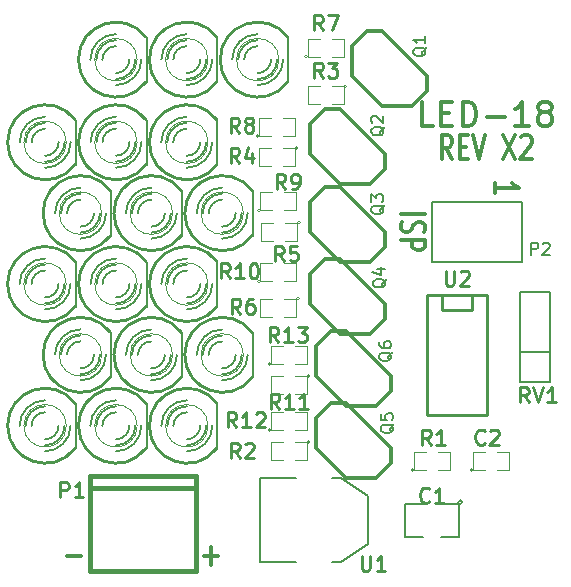
<source format=gto>
G04 (created by PCBNEW (2013-05-31 BZR 4019)-stable) date 7/7/2013 10:44:35 AM*
%MOIN*%
G04 Gerber Fmt 3.4, Leading zero omitted, Abs format*
%FSLAX34Y34*%
G01*
G70*
G90*
G04 APERTURE LIST*
%ADD10C,0.00590551*%
%ADD11C,0.012*%
%ADD12C,0.006*%
%ADD13C,0.008*%
%ADD14C,0.003*%
%ADD15C,0.01*%
%ADD16C,0.015*%
%ADD17C,0.0039*%
%ADD18C,0.005*%
G04 APERTURE END LIST*
G54D10*
G54D11*
X76652Y-36780D02*
X76452Y-36399D01*
X76309Y-36780D02*
X76309Y-35980D01*
X76538Y-35980D01*
X76595Y-36018D01*
X76623Y-36056D01*
X76652Y-36132D01*
X76652Y-36247D01*
X76623Y-36323D01*
X76595Y-36361D01*
X76538Y-36399D01*
X76309Y-36399D01*
X76909Y-36361D02*
X77109Y-36361D01*
X77195Y-36780D02*
X76909Y-36780D01*
X76909Y-35980D01*
X77195Y-35980D01*
X77366Y-35980D02*
X77566Y-36780D01*
X77766Y-35980D01*
X78366Y-35980D02*
X78766Y-36780D01*
X78766Y-35980D02*
X78366Y-36780D01*
X78966Y-36056D02*
X78995Y-36018D01*
X79052Y-35980D01*
X79195Y-35980D01*
X79252Y-36018D01*
X79280Y-36056D01*
X79309Y-36132D01*
X79309Y-36209D01*
X79280Y-36323D01*
X78938Y-36780D01*
X79309Y-36780D01*
X78101Y-37921D02*
X78101Y-37578D01*
X78101Y-37750D02*
X78901Y-37750D01*
X78786Y-37692D01*
X78710Y-37635D01*
X78672Y-37578D01*
X74951Y-38614D02*
X75751Y-38614D01*
X74989Y-38871D02*
X74951Y-38957D01*
X74951Y-39100D01*
X74989Y-39157D01*
X75027Y-39185D01*
X75103Y-39214D01*
X75179Y-39214D01*
X75255Y-39185D01*
X75294Y-39157D01*
X75332Y-39100D01*
X75370Y-38985D01*
X75408Y-38928D01*
X75446Y-38900D01*
X75522Y-38871D01*
X75598Y-38871D01*
X75675Y-38900D01*
X75713Y-38928D01*
X75751Y-38985D01*
X75751Y-39128D01*
X75713Y-39214D01*
X74951Y-39471D02*
X75751Y-39471D01*
X75751Y-39700D01*
X75713Y-39757D01*
X75675Y-39785D01*
X75598Y-39814D01*
X75484Y-39814D01*
X75408Y-39785D01*
X75370Y-39757D01*
X75332Y-39700D01*
X75332Y-39471D01*
X63821Y-50019D02*
X64278Y-50019D01*
X68396Y-50019D02*
X68853Y-50019D01*
X68625Y-50323D02*
X68625Y-49714D01*
X76023Y-35678D02*
X75642Y-35678D01*
X75642Y-34878D01*
X76290Y-35259D02*
X76557Y-35259D01*
X76671Y-35678D02*
X76290Y-35678D01*
X76290Y-34878D01*
X76671Y-34878D01*
X77014Y-35678D02*
X77014Y-34878D01*
X77204Y-34878D01*
X77319Y-34916D01*
X77395Y-34992D01*
X77433Y-35068D01*
X77471Y-35220D01*
X77471Y-35335D01*
X77433Y-35487D01*
X77395Y-35563D01*
X77319Y-35640D01*
X77204Y-35678D01*
X77014Y-35678D01*
X77814Y-35373D02*
X78423Y-35373D01*
X79223Y-35678D02*
X78766Y-35678D01*
X78995Y-35678D02*
X78995Y-34878D01*
X78919Y-34992D01*
X78842Y-35068D01*
X78766Y-35106D01*
X79680Y-35220D02*
X79604Y-35182D01*
X79566Y-35144D01*
X79528Y-35068D01*
X79528Y-35030D01*
X79566Y-34954D01*
X79604Y-34916D01*
X79680Y-34878D01*
X79833Y-34878D01*
X79909Y-34916D01*
X79947Y-34954D01*
X79985Y-35030D01*
X79985Y-35068D01*
X79947Y-35144D01*
X79909Y-35182D01*
X79833Y-35220D01*
X79680Y-35220D01*
X79604Y-35259D01*
X79566Y-35297D01*
X79528Y-35373D01*
X79528Y-35525D01*
X79566Y-35601D01*
X79604Y-35640D01*
X79680Y-35678D01*
X79833Y-35678D01*
X79909Y-35640D01*
X79947Y-35601D01*
X79985Y-35525D01*
X79985Y-35373D01*
X79947Y-35297D01*
X79909Y-35259D01*
X79833Y-35220D01*
G54D12*
X79923Y-44196D02*
X78923Y-44196D01*
X78923Y-44196D02*
X78923Y-41196D01*
X78923Y-41196D02*
X79923Y-41196D01*
X79923Y-41196D02*
X79923Y-44196D01*
X78923Y-43196D02*
X79923Y-43196D01*
G54D13*
X65293Y-39332D02*
X65293Y-37832D01*
G54D14*
X64980Y-38582D02*
G75*
G03X64980Y-38582I-707J0D01*
G74*
G01*
G54D15*
X65272Y-37832D02*
G75*
G03X65272Y-39333I-999J-750D01*
G74*
G01*
G54D12*
X64273Y-38132D02*
G75*
G03X63823Y-38582I0J-450D01*
G74*
G01*
X64273Y-39032D02*
G75*
G03X64723Y-38582I0J450D01*
G74*
G01*
X64273Y-37932D02*
G75*
G03X63623Y-38582I0J-650D01*
G74*
G01*
X64273Y-39232D02*
G75*
G03X64923Y-38582I0J650D01*
G74*
G01*
X64273Y-37732D02*
G75*
G03X63423Y-38582I0J-850D01*
G74*
G01*
X64273Y-39432D02*
G75*
G03X65123Y-38582I0J850D01*
G74*
G01*
G54D13*
X68836Y-41694D02*
X68836Y-40194D01*
G54D14*
X68523Y-40944D02*
G75*
G03X68523Y-40944I-707J0D01*
G74*
G01*
G54D15*
X68816Y-40194D02*
G75*
G03X68816Y-41695I-999J-750D01*
G74*
G01*
G54D12*
X67816Y-40494D02*
G75*
G03X67366Y-40944I0J-450D01*
G74*
G01*
X67816Y-41394D02*
G75*
G03X68266Y-40944I0J450D01*
G74*
G01*
X67816Y-40294D02*
G75*
G03X67166Y-40944I0J-650D01*
G74*
G01*
X67816Y-41594D02*
G75*
G03X68466Y-40944I0J650D01*
G74*
G01*
X67816Y-40094D02*
G75*
G03X66966Y-40944I0J-850D01*
G74*
G01*
X67816Y-41794D02*
G75*
G03X68666Y-40944I0J850D01*
G74*
G01*
G54D13*
X66474Y-41694D02*
X66474Y-40194D01*
G54D14*
X66161Y-40944D02*
G75*
G03X66161Y-40944I-707J0D01*
G74*
G01*
G54D15*
X66453Y-40194D02*
G75*
G03X66453Y-41695I-999J-750D01*
G74*
G01*
G54D12*
X65454Y-40494D02*
G75*
G03X65004Y-40944I0J-450D01*
G74*
G01*
X65454Y-41394D02*
G75*
G03X65904Y-40944I0J450D01*
G74*
G01*
X65454Y-40294D02*
G75*
G03X64804Y-40944I0J-650D01*
G74*
G01*
X65454Y-41594D02*
G75*
G03X66104Y-40944I0J650D01*
G74*
G01*
X65454Y-40094D02*
G75*
G03X64604Y-40944I0J-850D01*
G74*
G01*
X65454Y-41794D02*
G75*
G03X66304Y-40944I0J850D01*
G74*
G01*
G54D13*
X64112Y-41694D02*
X64112Y-40194D01*
G54D14*
X63799Y-40944D02*
G75*
G03X63799Y-40944I-707J0D01*
G74*
G01*
G54D15*
X64091Y-40194D02*
G75*
G03X64091Y-41695I-999J-750D01*
G74*
G01*
G54D12*
X63092Y-40494D02*
G75*
G03X62642Y-40944I0J-450D01*
G74*
G01*
X63092Y-41394D02*
G75*
G03X63542Y-40944I0J450D01*
G74*
G01*
X63092Y-40294D02*
G75*
G03X62442Y-40944I0J-650D01*
G74*
G01*
X63092Y-41594D02*
G75*
G03X63742Y-40944I0J650D01*
G74*
G01*
X63092Y-40094D02*
G75*
G03X62242Y-40944I0J-850D01*
G74*
G01*
X63092Y-41794D02*
G75*
G03X63942Y-40944I0J850D01*
G74*
G01*
G54D13*
X70017Y-39332D02*
X70017Y-37832D01*
G54D14*
X69704Y-38582D02*
G75*
G03X69704Y-38582I-707J0D01*
G74*
G01*
G54D15*
X69997Y-37832D02*
G75*
G03X69997Y-39333I-999J-750D01*
G74*
G01*
G54D12*
X68997Y-38132D02*
G75*
G03X68547Y-38582I0J-450D01*
G74*
G01*
X68997Y-39032D02*
G75*
G03X69447Y-38582I0J450D01*
G74*
G01*
X68997Y-37932D02*
G75*
G03X68347Y-38582I0J-650D01*
G74*
G01*
X68997Y-39232D02*
G75*
G03X69647Y-38582I0J650D01*
G74*
G01*
X68997Y-37732D02*
G75*
G03X68147Y-38582I0J-850D01*
G74*
G01*
X68997Y-39432D02*
G75*
G03X69847Y-38582I0J850D01*
G74*
G01*
G54D13*
X67655Y-39332D02*
X67655Y-37832D01*
G54D14*
X67342Y-38582D02*
G75*
G03X67342Y-38582I-707J0D01*
G74*
G01*
G54D15*
X67635Y-37832D02*
G75*
G03X67635Y-39333I-999J-750D01*
G74*
G01*
G54D12*
X66635Y-38132D02*
G75*
G03X66185Y-38582I0J-450D01*
G74*
G01*
X66635Y-39032D02*
G75*
G03X67085Y-38582I0J450D01*
G74*
G01*
X66635Y-37932D02*
G75*
G03X65985Y-38582I0J-650D01*
G74*
G01*
X66635Y-39232D02*
G75*
G03X67285Y-38582I0J650D01*
G74*
G01*
X66635Y-37732D02*
G75*
G03X65785Y-38582I0J-850D01*
G74*
G01*
X66635Y-39432D02*
G75*
G03X67485Y-38582I0J850D01*
G74*
G01*
G54D13*
X68836Y-36970D02*
X68836Y-35470D01*
G54D14*
X68523Y-36220D02*
G75*
G03X68523Y-36220I-707J0D01*
G74*
G01*
G54D15*
X68816Y-35469D02*
G75*
G03X68816Y-36970I-999J-750D01*
G74*
G01*
G54D12*
X67816Y-35770D02*
G75*
G03X67366Y-36220I0J-450D01*
G74*
G01*
X67816Y-36670D02*
G75*
G03X68266Y-36220I0J450D01*
G74*
G01*
X67816Y-35570D02*
G75*
G03X67166Y-36220I0J-650D01*
G74*
G01*
X67816Y-36870D02*
G75*
G03X68466Y-36220I0J650D01*
G74*
G01*
X67816Y-35370D02*
G75*
G03X66966Y-36220I0J-850D01*
G74*
G01*
X67816Y-37070D02*
G75*
G03X68666Y-36220I0J850D01*
G74*
G01*
G54D13*
X66474Y-36970D02*
X66474Y-35470D01*
G54D14*
X66161Y-36220D02*
G75*
G03X66161Y-36220I-707J0D01*
G74*
G01*
G54D15*
X66453Y-35469D02*
G75*
G03X66453Y-36970I-999J-750D01*
G74*
G01*
G54D12*
X65454Y-35770D02*
G75*
G03X65004Y-36220I0J-450D01*
G74*
G01*
X65454Y-36670D02*
G75*
G03X65904Y-36220I0J450D01*
G74*
G01*
X65454Y-35570D02*
G75*
G03X64804Y-36220I0J-650D01*
G74*
G01*
X65454Y-36870D02*
G75*
G03X66104Y-36220I0J650D01*
G74*
G01*
X65454Y-35370D02*
G75*
G03X64604Y-36220I0J-850D01*
G74*
G01*
X65454Y-37070D02*
G75*
G03X66304Y-36220I0J850D01*
G74*
G01*
G54D13*
X64112Y-36970D02*
X64112Y-35470D01*
G54D14*
X63799Y-36220D02*
G75*
G03X63799Y-36220I-707J0D01*
G74*
G01*
G54D15*
X64091Y-35469D02*
G75*
G03X64091Y-36970I-999J-750D01*
G74*
G01*
G54D12*
X63092Y-35770D02*
G75*
G03X62642Y-36220I0J-450D01*
G74*
G01*
X63092Y-36670D02*
G75*
G03X63542Y-36220I0J450D01*
G74*
G01*
X63092Y-35570D02*
G75*
G03X62442Y-36220I0J-650D01*
G74*
G01*
X63092Y-36870D02*
G75*
G03X63742Y-36220I0J650D01*
G74*
G01*
X63092Y-35370D02*
G75*
G03X62242Y-36220I0J-850D01*
G74*
G01*
X63092Y-37070D02*
G75*
G03X63942Y-36220I0J850D01*
G74*
G01*
G54D13*
X71198Y-34214D02*
X71198Y-32714D01*
G54D14*
X70885Y-33464D02*
G75*
G03X70885Y-33464I-707J0D01*
G74*
G01*
G54D15*
X71178Y-32714D02*
G75*
G03X71178Y-34215I-999J-750D01*
G74*
G01*
G54D12*
X70178Y-33014D02*
G75*
G03X69728Y-33464I0J-450D01*
G74*
G01*
X70178Y-33914D02*
G75*
G03X70628Y-33464I0J450D01*
G74*
G01*
X70178Y-32814D02*
G75*
G03X69528Y-33464I0J-650D01*
G74*
G01*
X70178Y-34114D02*
G75*
G03X70828Y-33464I0J650D01*
G74*
G01*
X70178Y-32614D02*
G75*
G03X69328Y-33464I0J-850D01*
G74*
G01*
X70178Y-34314D02*
G75*
G03X71028Y-33464I0J850D01*
G74*
G01*
G54D13*
X68836Y-34214D02*
X68836Y-32714D01*
G54D14*
X68523Y-33464D02*
G75*
G03X68523Y-33464I-707J0D01*
G74*
G01*
G54D15*
X68816Y-32714D02*
G75*
G03X68816Y-34215I-999J-750D01*
G74*
G01*
G54D12*
X67816Y-33014D02*
G75*
G03X67366Y-33464I0J-450D01*
G74*
G01*
X67816Y-33914D02*
G75*
G03X68266Y-33464I0J450D01*
G74*
G01*
X67816Y-32814D02*
G75*
G03X67166Y-33464I0J-650D01*
G74*
G01*
X67816Y-34114D02*
G75*
G03X68466Y-33464I0J650D01*
G74*
G01*
X67816Y-32614D02*
G75*
G03X66966Y-33464I0J-850D01*
G74*
G01*
X67816Y-34314D02*
G75*
G03X68666Y-33464I0J850D01*
G74*
G01*
G54D13*
X66474Y-34214D02*
X66474Y-32714D01*
G54D14*
X66161Y-33464D02*
G75*
G03X66161Y-33464I-707J0D01*
G74*
G01*
G54D15*
X66453Y-32714D02*
G75*
G03X66453Y-34215I-999J-750D01*
G74*
G01*
G54D12*
X65454Y-33014D02*
G75*
G03X65004Y-33464I0J-450D01*
G74*
G01*
X65454Y-33914D02*
G75*
G03X65904Y-33464I0J450D01*
G74*
G01*
X65454Y-32814D02*
G75*
G03X64804Y-33464I0J-650D01*
G74*
G01*
X65454Y-34114D02*
G75*
G03X66104Y-33464I0J650D01*
G74*
G01*
X65454Y-32614D02*
G75*
G03X64604Y-33464I0J-850D01*
G74*
G01*
X65454Y-34314D02*
G75*
G03X66304Y-33464I0J850D01*
G74*
G01*
G54D16*
X64587Y-47353D02*
X64587Y-50502D01*
X68130Y-47353D02*
X68130Y-50502D01*
X64587Y-50502D02*
X68130Y-50502D01*
X64587Y-47747D02*
X68130Y-47747D01*
X64587Y-47353D02*
X68130Y-47353D01*
G54D17*
X75384Y-47150D02*
G75*
G03X75384Y-47150I-50J0D01*
G74*
G01*
X75784Y-47150D02*
X75384Y-47150D01*
X75384Y-47150D02*
X75384Y-46550D01*
X75384Y-46550D02*
X75784Y-46550D01*
X76184Y-46550D02*
X76584Y-46550D01*
X76584Y-46550D02*
X76584Y-47150D01*
X76584Y-47150D02*
X76184Y-47150D01*
G54D18*
X77004Y-48218D02*
G75*
G03X77004Y-48218I-70J0D01*
G74*
G01*
X76284Y-49368D02*
X76884Y-49368D01*
X76884Y-49368D02*
X76884Y-48268D01*
X76884Y-48268D02*
X76284Y-48268D01*
X75684Y-48268D02*
X75084Y-48268D01*
X75084Y-48268D02*
X75084Y-49368D01*
X75084Y-49368D02*
X75684Y-49368D01*
G54D17*
X77352Y-47150D02*
G75*
G03X77352Y-47150I-50J0D01*
G74*
G01*
X77752Y-47150D02*
X77352Y-47150D01*
X77352Y-47150D02*
X77352Y-46550D01*
X77352Y-46550D02*
X77752Y-46550D01*
X78152Y-46550D02*
X78552Y-46550D01*
X78552Y-46550D02*
X78552Y-47150D01*
X78552Y-47150D02*
X78152Y-47150D01*
X73140Y-34345D02*
G75*
G03X73140Y-34345I-50J0D01*
G74*
G01*
X72640Y-34345D02*
X73040Y-34345D01*
X73040Y-34345D02*
X73040Y-34945D01*
X73040Y-34945D02*
X72640Y-34945D01*
X72240Y-34945D02*
X71840Y-34945D01*
X71840Y-34945D02*
X71840Y-34345D01*
X71840Y-34345D02*
X72240Y-34345D01*
X71523Y-36396D02*
G75*
G03X71523Y-36396I-50J0D01*
G74*
G01*
X71023Y-36396D02*
X71423Y-36396D01*
X71423Y-36396D02*
X71423Y-36996D01*
X71423Y-36996D02*
X71023Y-36996D01*
X70623Y-36996D02*
X70223Y-36996D01*
X70223Y-36996D02*
X70223Y-36396D01*
X70223Y-36396D02*
X70623Y-36396D01*
X71600Y-38900D02*
G75*
G03X71600Y-38900I-50J0D01*
G74*
G01*
X71100Y-38900D02*
X71500Y-38900D01*
X71500Y-38900D02*
X71500Y-39500D01*
X71500Y-39500D02*
X71100Y-39500D01*
X70700Y-39500D02*
X70300Y-39500D01*
X70300Y-39500D02*
X70300Y-38900D01*
X70300Y-38900D02*
X70700Y-38900D01*
X71566Y-41432D02*
G75*
G03X71566Y-41432I-50J0D01*
G74*
G01*
X71066Y-41432D02*
X71466Y-41432D01*
X71466Y-41432D02*
X71466Y-42032D01*
X71466Y-42032D02*
X71066Y-42032D01*
X70666Y-42032D02*
X70266Y-42032D01*
X70266Y-42032D02*
X70266Y-41432D01*
X70266Y-41432D02*
X70666Y-41432D01*
X71840Y-33370D02*
G75*
G03X71840Y-33370I-50J0D01*
G74*
G01*
X72240Y-33370D02*
X71840Y-33370D01*
X71840Y-33370D02*
X71840Y-32770D01*
X71840Y-32770D02*
X72240Y-32770D01*
X72640Y-32770D02*
X73040Y-32770D01*
X73040Y-32770D02*
X73040Y-33370D01*
X73040Y-33370D02*
X72640Y-33370D01*
X70223Y-35996D02*
G75*
G03X70223Y-35996I-50J0D01*
G74*
G01*
X70623Y-35996D02*
X70223Y-35996D01*
X70223Y-35996D02*
X70223Y-35396D01*
X70223Y-35396D02*
X70623Y-35396D01*
X71023Y-35396D02*
X71423Y-35396D01*
X71423Y-35396D02*
X71423Y-35996D01*
X71423Y-35996D02*
X71023Y-35996D01*
X70266Y-38488D02*
G75*
G03X70266Y-38488I-50J0D01*
G74*
G01*
X70666Y-38488D02*
X70266Y-38488D01*
X70266Y-38488D02*
X70266Y-37888D01*
X70266Y-37888D02*
X70666Y-37888D01*
X71066Y-37888D02*
X71466Y-37888D01*
X71466Y-37888D02*
X71466Y-38488D01*
X71466Y-38488D02*
X71066Y-38488D01*
X70266Y-40851D02*
G75*
G03X70266Y-40851I-50J0D01*
G74*
G01*
X70666Y-40851D02*
X70266Y-40851D01*
X70266Y-40851D02*
X70266Y-40251D01*
X70266Y-40251D02*
X70666Y-40251D01*
X71066Y-40251D02*
X71466Y-40251D01*
X71466Y-40251D02*
X71466Y-40851D01*
X71466Y-40851D02*
X71066Y-40851D01*
G54D13*
X71447Y-47418D02*
X70247Y-47418D01*
X70247Y-47418D02*
X70247Y-50218D01*
X70247Y-50218D02*
X71447Y-50218D01*
X72647Y-47418D02*
X72947Y-47418D01*
X72947Y-47418D02*
X73847Y-48018D01*
X73847Y-48018D02*
X73847Y-49618D01*
X73847Y-49618D02*
X72947Y-50218D01*
X72947Y-50218D02*
X72647Y-50218D01*
G54D17*
X70623Y-43596D02*
G75*
G03X70623Y-43596I-50J0D01*
G74*
G01*
X71023Y-43596D02*
X70623Y-43596D01*
X70623Y-43596D02*
X70623Y-42996D01*
X70623Y-42996D02*
X71023Y-42996D01*
X71423Y-42996D02*
X71823Y-42996D01*
X71823Y-42996D02*
X71823Y-43596D01*
X71823Y-43596D02*
X71423Y-43596D01*
X70623Y-45796D02*
G75*
G03X70623Y-45796I-50J0D01*
G74*
G01*
X71023Y-45796D02*
X70623Y-45796D01*
X70623Y-45796D02*
X70623Y-45196D01*
X70623Y-45196D02*
X71023Y-45196D01*
X71423Y-45196D02*
X71823Y-45196D01*
X71823Y-45196D02*
X71823Y-45796D01*
X71823Y-45796D02*
X71423Y-45796D01*
X71923Y-43996D02*
G75*
G03X71923Y-43996I-50J0D01*
G74*
G01*
X71423Y-43996D02*
X71823Y-43996D01*
X71823Y-43996D02*
X71823Y-44596D01*
X71823Y-44596D02*
X71423Y-44596D01*
X71023Y-44596D02*
X70623Y-44596D01*
X70623Y-44596D02*
X70623Y-43996D01*
X70623Y-43996D02*
X71023Y-43996D01*
X71923Y-46196D02*
G75*
G03X71923Y-46196I-50J0D01*
G74*
G01*
X71423Y-46196D02*
X71823Y-46196D01*
X71823Y-46196D02*
X71823Y-46796D01*
X71823Y-46796D02*
X71423Y-46796D01*
X71023Y-46796D02*
X70623Y-46796D01*
X70623Y-46796D02*
X70623Y-46196D01*
X70623Y-46196D02*
X71023Y-46196D01*
G54D13*
X65293Y-44057D02*
X65293Y-42557D01*
G54D14*
X64980Y-43307D02*
G75*
G03X64980Y-43307I-707J0D01*
G74*
G01*
G54D15*
X65272Y-42556D02*
G75*
G03X65272Y-44057I-999J-750D01*
G74*
G01*
G54D12*
X64273Y-42857D02*
G75*
G03X63823Y-43307I0J-450D01*
G74*
G01*
X64273Y-43757D02*
G75*
G03X64723Y-43307I0J450D01*
G74*
G01*
X64273Y-42657D02*
G75*
G03X63623Y-43307I0J-650D01*
G74*
G01*
X64273Y-43957D02*
G75*
G03X64923Y-43307I0J650D01*
G74*
G01*
X64273Y-42457D02*
G75*
G03X63423Y-43307I0J-850D01*
G74*
G01*
X64273Y-44157D02*
G75*
G03X65123Y-43307I0J850D01*
G74*
G01*
G54D13*
X67655Y-44057D02*
X67655Y-42557D01*
G54D14*
X67342Y-43307D02*
G75*
G03X67342Y-43307I-707J0D01*
G74*
G01*
G54D15*
X67635Y-42556D02*
G75*
G03X67635Y-44057I-999J-750D01*
G74*
G01*
G54D12*
X66635Y-42857D02*
G75*
G03X66185Y-43307I0J-450D01*
G74*
G01*
X66635Y-43757D02*
G75*
G03X67085Y-43307I0J450D01*
G74*
G01*
X66635Y-42657D02*
G75*
G03X65985Y-43307I0J-650D01*
G74*
G01*
X66635Y-43957D02*
G75*
G03X67285Y-43307I0J650D01*
G74*
G01*
X66635Y-42457D02*
G75*
G03X65785Y-43307I0J-850D01*
G74*
G01*
X66635Y-44157D02*
G75*
G03X67485Y-43307I0J850D01*
G74*
G01*
G54D13*
X70017Y-44057D02*
X70017Y-42557D01*
G54D14*
X69704Y-43307D02*
G75*
G03X69704Y-43307I-707J0D01*
G74*
G01*
G54D15*
X69997Y-42556D02*
G75*
G03X69997Y-44057I-999J-750D01*
G74*
G01*
G54D12*
X68997Y-42857D02*
G75*
G03X68547Y-43307I0J-450D01*
G74*
G01*
X68997Y-43757D02*
G75*
G03X69447Y-43307I0J450D01*
G74*
G01*
X68997Y-42657D02*
G75*
G03X68347Y-43307I0J-650D01*
G74*
G01*
X68997Y-43957D02*
G75*
G03X69647Y-43307I0J650D01*
G74*
G01*
X68997Y-42457D02*
G75*
G03X68147Y-43307I0J-850D01*
G74*
G01*
X68997Y-44157D02*
G75*
G03X69847Y-43307I0J850D01*
G74*
G01*
G54D13*
X64112Y-46419D02*
X64112Y-44919D01*
G54D14*
X63799Y-45669D02*
G75*
G03X63799Y-45669I-707J0D01*
G74*
G01*
G54D15*
X64091Y-44918D02*
G75*
G03X64091Y-46419I-999J-750D01*
G74*
G01*
G54D12*
X63092Y-45219D02*
G75*
G03X62642Y-45669I0J-450D01*
G74*
G01*
X63092Y-46119D02*
G75*
G03X63542Y-45669I0J450D01*
G74*
G01*
X63092Y-45019D02*
G75*
G03X62442Y-45669I0J-650D01*
G74*
G01*
X63092Y-46319D02*
G75*
G03X63742Y-45669I0J650D01*
G74*
G01*
X63092Y-44819D02*
G75*
G03X62242Y-45669I0J-850D01*
G74*
G01*
X63092Y-46519D02*
G75*
G03X63942Y-45669I0J850D01*
G74*
G01*
G54D13*
X66474Y-46419D02*
X66474Y-44919D01*
G54D14*
X66161Y-45669D02*
G75*
G03X66161Y-45669I-707J0D01*
G74*
G01*
G54D15*
X66453Y-44918D02*
G75*
G03X66453Y-46419I-999J-750D01*
G74*
G01*
G54D12*
X65454Y-45219D02*
G75*
G03X65004Y-45669I0J-450D01*
G74*
G01*
X65454Y-46119D02*
G75*
G03X65904Y-45669I0J450D01*
G74*
G01*
X65454Y-45019D02*
G75*
G03X64804Y-45669I0J-650D01*
G74*
G01*
X65454Y-46319D02*
G75*
G03X66104Y-45669I0J650D01*
G74*
G01*
X65454Y-44819D02*
G75*
G03X64604Y-45669I0J-850D01*
G74*
G01*
X65454Y-46519D02*
G75*
G03X66304Y-45669I0J850D01*
G74*
G01*
G54D13*
X68836Y-46419D02*
X68836Y-44919D01*
G54D14*
X68523Y-45669D02*
G75*
G03X68523Y-45669I-707J0D01*
G74*
G01*
G54D15*
X68816Y-44918D02*
G75*
G03X68816Y-46419I-999J-750D01*
G74*
G01*
G54D12*
X67816Y-45219D02*
G75*
G03X67366Y-45669I0J-450D01*
G74*
G01*
X67816Y-46119D02*
G75*
G03X68266Y-45669I0J450D01*
G74*
G01*
X67816Y-45019D02*
G75*
G03X67166Y-45669I0J-650D01*
G74*
G01*
X67816Y-46319D02*
G75*
G03X68466Y-45669I0J650D01*
G74*
G01*
X67816Y-44819D02*
G75*
G03X66966Y-45669I0J-850D01*
G74*
G01*
X67816Y-46519D02*
G75*
G03X68666Y-45669I0J850D01*
G74*
G01*
G54D15*
X77323Y-41296D02*
X77323Y-41796D01*
X77323Y-41796D02*
X76323Y-41796D01*
X76323Y-41796D02*
X76323Y-41296D01*
X77823Y-41296D02*
X77823Y-45296D01*
X77823Y-45296D02*
X75823Y-45296D01*
X75823Y-45296D02*
X75823Y-41296D01*
X75823Y-41296D02*
X77823Y-41296D01*
G54D11*
X74423Y-41596D02*
X72923Y-40096D01*
X72923Y-40096D02*
X72423Y-40096D01*
X72423Y-40096D02*
X71923Y-40596D01*
X71923Y-40596D02*
X71923Y-41596D01*
X71923Y-41596D02*
X72923Y-42596D01*
X72923Y-42596D02*
X73923Y-42596D01*
X73923Y-42596D02*
X74423Y-42096D01*
X74423Y-42096D02*
X74423Y-41596D01*
X74423Y-39196D02*
X72923Y-37696D01*
X72923Y-37696D02*
X72423Y-37696D01*
X72423Y-37696D02*
X71923Y-38196D01*
X71923Y-38196D02*
X71923Y-39196D01*
X71923Y-39196D02*
X72923Y-40196D01*
X72923Y-40196D02*
X73923Y-40196D01*
X73923Y-40196D02*
X74423Y-39696D01*
X74423Y-39696D02*
X74423Y-39196D01*
X74423Y-36596D02*
X72923Y-35096D01*
X72923Y-35096D02*
X72423Y-35096D01*
X72423Y-35096D02*
X71923Y-35596D01*
X71923Y-35596D02*
X71923Y-36596D01*
X71923Y-36596D02*
X72923Y-37596D01*
X72923Y-37596D02*
X73923Y-37596D01*
X73923Y-37596D02*
X74423Y-37096D01*
X74423Y-37096D02*
X74423Y-36596D01*
X75823Y-33996D02*
X74323Y-32496D01*
X74323Y-32496D02*
X73823Y-32496D01*
X73823Y-32496D02*
X73323Y-32996D01*
X73323Y-32996D02*
X73323Y-33996D01*
X73323Y-33996D02*
X74323Y-34996D01*
X74323Y-34996D02*
X75323Y-34996D01*
X75323Y-34996D02*
X75823Y-34496D01*
X75823Y-34496D02*
X75823Y-33996D01*
X74623Y-43996D02*
X73123Y-42496D01*
X73123Y-42496D02*
X72623Y-42496D01*
X72623Y-42496D02*
X72123Y-42996D01*
X72123Y-42996D02*
X72123Y-43996D01*
X72123Y-43996D02*
X73123Y-44996D01*
X73123Y-44996D02*
X74123Y-44996D01*
X74123Y-44996D02*
X74623Y-44496D01*
X74623Y-44496D02*
X74623Y-43996D01*
X74623Y-46396D02*
X73123Y-44896D01*
X73123Y-44896D02*
X72623Y-44896D01*
X72623Y-44896D02*
X72123Y-45396D01*
X72123Y-45396D02*
X72123Y-46396D01*
X72123Y-46396D02*
X73123Y-47396D01*
X73123Y-47396D02*
X74123Y-47396D01*
X74123Y-47396D02*
X74623Y-46896D01*
X74623Y-46896D02*
X74623Y-46396D01*
G54D13*
X76000Y-38200D02*
X79000Y-38200D01*
X79000Y-40200D02*
X76000Y-40200D01*
X76000Y-40200D02*
X76000Y-38200D01*
X79000Y-38200D02*
X79000Y-40200D01*
G54D15*
X79215Y-44887D02*
X79049Y-44649D01*
X78930Y-44887D02*
X78930Y-44387D01*
X79120Y-44387D01*
X79168Y-44411D01*
X79191Y-44435D01*
X79215Y-44482D01*
X79215Y-44554D01*
X79191Y-44601D01*
X79168Y-44625D01*
X79120Y-44649D01*
X78930Y-44649D01*
X79358Y-44387D02*
X79525Y-44887D01*
X79691Y-44387D01*
X80120Y-44887D02*
X79834Y-44887D01*
X79977Y-44887D02*
X79977Y-44387D01*
X79930Y-44458D01*
X79882Y-44506D01*
X79834Y-44530D01*
X63604Y-48048D02*
X63604Y-47548D01*
X63795Y-47548D01*
X63842Y-47572D01*
X63866Y-47596D01*
X63890Y-47643D01*
X63890Y-47715D01*
X63866Y-47762D01*
X63842Y-47786D01*
X63795Y-47810D01*
X63604Y-47810D01*
X64366Y-48048D02*
X64080Y-48048D01*
X64223Y-48048D02*
X64223Y-47548D01*
X64176Y-47619D01*
X64128Y-47667D01*
X64080Y-47691D01*
X75940Y-46298D02*
X75773Y-46060D01*
X75654Y-46298D02*
X75654Y-45798D01*
X75845Y-45798D01*
X75892Y-45822D01*
X75916Y-45846D01*
X75940Y-45893D01*
X75940Y-45965D01*
X75916Y-46012D01*
X75892Y-46036D01*
X75845Y-46060D01*
X75654Y-46060D01*
X76416Y-46298D02*
X76130Y-46298D01*
X76273Y-46298D02*
X76273Y-45798D01*
X76226Y-45869D01*
X76178Y-45917D01*
X76130Y-45941D01*
X75900Y-48186D02*
X75877Y-48210D01*
X75805Y-48233D01*
X75758Y-48233D01*
X75686Y-48210D01*
X75639Y-48162D01*
X75615Y-48114D01*
X75591Y-48019D01*
X75591Y-47948D01*
X75615Y-47852D01*
X75639Y-47805D01*
X75686Y-47757D01*
X75758Y-47733D01*
X75805Y-47733D01*
X75877Y-47757D01*
X75900Y-47781D01*
X76377Y-48233D02*
X76091Y-48233D01*
X76234Y-48233D02*
X76234Y-47733D01*
X76186Y-47805D01*
X76139Y-47852D01*
X76091Y-47876D01*
X77740Y-46250D02*
X77716Y-46274D01*
X77645Y-46298D01*
X77597Y-46298D01*
X77526Y-46274D01*
X77478Y-46227D01*
X77454Y-46179D01*
X77430Y-46084D01*
X77430Y-46012D01*
X77454Y-45917D01*
X77478Y-45869D01*
X77526Y-45822D01*
X77597Y-45798D01*
X77645Y-45798D01*
X77716Y-45822D01*
X77740Y-45846D01*
X77930Y-45846D02*
X77954Y-45822D01*
X78002Y-45798D01*
X78121Y-45798D01*
X78168Y-45822D01*
X78192Y-45846D01*
X78216Y-45893D01*
X78216Y-45941D01*
X78192Y-46012D01*
X77906Y-46298D01*
X78216Y-46298D01*
X72357Y-34060D02*
X72190Y-33822D01*
X72071Y-34060D02*
X72071Y-33560D01*
X72262Y-33560D01*
X72309Y-33584D01*
X72333Y-33608D01*
X72357Y-33655D01*
X72357Y-33727D01*
X72333Y-33774D01*
X72309Y-33798D01*
X72262Y-33822D01*
X72071Y-33822D01*
X72524Y-33560D02*
X72833Y-33560D01*
X72667Y-33751D01*
X72738Y-33751D01*
X72786Y-33774D01*
X72809Y-33798D01*
X72833Y-33846D01*
X72833Y-33965D01*
X72809Y-34013D01*
X72786Y-34036D01*
X72738Y-34060D01*
X72595Y-34060D01*
X72548Y-34036D01*
X72524Y-34013D01*
X69559Y-36898D02*
X69392Y-36660D01*
X69273Y-36898D02*
X69273Y-36398D01*
X69463Y-36398D01*
X69511Y-36422D01*
X69535Y-36446D01*
X69559Y-36493D01*
X69559Y-36565D01*
X69535Y-36612D01*
X69511Y-36636D01*
X69463Y-36660D01*
X69273Y-36660D01*
X69987Y-36565D02*
X69987Y-36898D01*
X69868Y-36374D02*
X69749Y-36731D01*
X70059Y-36731D01*
X71054Y-40182D02*
X70887Y-39943D01*
X70768Y-40182D02*
X70768Y-39682D01*
X70958Y-39682D01*
X71006Y-39705D01*
X71030Y-39729D01*
X71054Y-39777D01*
X71054Y-39848D01*
X71030Y-39896D01*
X71006Y-39920D01*
X70958Y-39943D01*
X70768Y-39943D01*
X71506Y-39682D02*
X71268Y-39682D01*
X71244Y-39920D01*
X71268Y-39896D01*
X71316Y-39872D01*
X71435Y-39872D01*
X71482Y-39896D01*
X71506Y-39920D01*
X71530Y-39967D01*
X71530Y-40086D01*
X71506Y-40134D01*
X71482Y-40158D01*
X71435Y-40182D01*
X71316Y-40182D01*
X71268Y-40158D01*
X71244Y-40134D01*
X69601Y-41934D02*
X69435Y-41696D01*
X69315Y-41934D02*
X69315Y-41434D01*
X69506Y-41434D01*
X69554Y-41458D01*
X69577Y-41482D01*
X69601Y-41529D01*
X69601Y-41601D01*
X69577Y-41648D01*
X69554Y-41672D01*
X69506Y-41696D01*
X69315Y-41696D01*
X70030Y-41434D02*
X69935Y-41434D01*
X69887Y-41458D01*
X69863Y-41482D01*
X69815Y-41553D01*
X69792Y-41648D01*
X69792Y-41839D01*
X69815Y-41887D01*
X69839Y-41910D01*
X69887Y-41934D01*
X69982Y-41934D01*
X70030Y-41910D01*
X70054Y-41887D01*
X70077Y-41839D01*
X70077Y-41720D01*
X70054Y-41672D01*
X70030Y-41648D01*
X69982Y-41625D01*
X69887Y-41625D01*
X69839Y-41648D01*
X69815Y-41672D01*
X69792Y-41720D01*
X72357Y-32485D02*
X72190Y-32247D01*
X72071Y-32485D02*
X72071Y-31985D01*
X72262Y-31985D01*
X72309Y-32009D01*
X72333Y-32033D01*
X72357Y-32081D01*
X72357Y-32152D01*
X72333Y-32200D01*
X72309Y-32223D01*
X72262Y-32247D01*
X72071Y-32247D01*
X72524Y-31985D02*
X72857Y-31985D01*
X72643Y-32485D01*
X69559Y-35898D02*
X69392Y-35660D01*
X69273Y-35898D02*
X69273Y-35398D01*
X69463Y-35398D01*
X69511Y-35422D01*
X69535Y-35446D01*
X69559Y-35493D01*
X69559Y-35565D01*
X69535Y-35612D01*
X69511Y-35636D01*
X69463Y-35660D01*
X69273Y-35660D01*
X69844Y-35612D02*
X69797Y-35588D01*
X69773Y-35565D01*
X69749Y-35517D01*
X69749Y-35493D01*
X69773Y-35446D01*
X69797Y-35422D01*
X69844Y-35398D01*
X69940Y-35398D01*
X69987Y-35422D01*
X70011Y-35446D01*
X70035Y-35493D01*
X70035Y-35517D01*
X70011Y-35565D01*
X69987Y-35588D01*
X69940Y-35612D01*
X69844Y-35612D01*
X69797Y-35636D01*
X69773Y-35660D01*
X69749Y-35707D01*
X69749Y-35803D01*
X69773Y-35850D01*
X69797Y-35874D01*
X69844Y-35898D01*
X69940Y-35898D01*
X69987Y-35874D01*
X70011Y-35850D01*
X70035Y-35803D01*
X70035Y-35707D01*
X70011Y-35660D01*
X69987Y-35636D01*
X69940Y-35612D01*
X71100Y-37778D02*
X70933Y-37540D01*
X70814Y-37778D02*
X70814Y-37278D01*
X71005Y-37278D01*
X71052Y-37302D01*
X71076Y-37326D01*
X71100Y-37373D01*
X71100Y-37445D01*
X71076Y-37492D01*
X71052Y-37516D01*
X71005Y-37540D01*
X70814Y-37540D01*
X71338Y-37778D02*
X71433Y-37778D01*
X71481Y-37754D01*
X71505Y-37730D01*
X71552Y-37659D01*
X71576Y-37564D01*
X71576Y-37373D01*
X71552Y-37326D01*
X71528Y-37302D01*
X71481Y-37278D01*
X71386Y-37278D01*
X71338Y-37302D01*
X71314Y-37326D01*
X71290Y-37373D01*
X71290Y-37492D01*
X71314Y-37540D01*
X71338Y-37564D01*
X71386Y-37587D01*
X71481Y-37587D01*
X71528Y-37564D01*
X71552Y-37540D01*
X71576Y-37492D01*
X69242Y-40758D02*
X69075Y-40520D01*
X68956Y-40758D02*
X68956Y-40258D01*
X69146Y-40258D01*
X69194Y-40282D01*
X69218Y-40306D01*
X69242Y-40353D01*
X69242Y-40425D01*
X69218Y-40472D01*
X69194Y-40496D01*
X69146Y-40520D01*
X68956Y-40520D01*
X69718Y-40758D02*
X69432Y-40758D01*
X69575Y-40758D02*
X69575Y-40258D01*
X69527Y-40329D01*
X69480Y-40377D01*
X69432Y-40401D01*
X70027Y-40258D02*
X70075Y-40258D01*
X70123Y-40282D01*
X70146Y-40306D01*
X70170Y-40353D01*
X70194Y-40448D01*
X70194Y-40567D01*
X70170Y-40663D01*
X70146Y-40710D01*
X70123Y-40734D01*
X70075Y-40758D01*
X70027Y-40758D01*
X69980Y-40734D01*
X69956Y-40710D01*
X69932Y-40663D01*
X69908Y-40567D01*
X69908Y-40448D01*
X69932Y-40353D01*
X69956Y-40306D01*
X69980Y-40282D01*
X70027Y-40258D01*
X73642Y-49998D02*
X73642Y-50403D01*
X73666Y-50450D01*
X73690Y-50474D01*
X73737Y-50498D01*
X73833Y-50498D01*
X73880Y-50474D01*
X73904Y-50450D01*
X73928Y-50403D01*
X73928Y-49998D01*
X74428Y-50498D02*
X74142Y-50498D01*
X74285Y-50498D02*
X74285Y-49998D01*
X74237Y-50069D01*
X74190Y-50117D01*
X74142Y-50141D01*
X70865Y-42881D02*
X70699Y-42643D01*
X70580Y-42881D02*
X70580Y-42381D01*
X70770Y-42381D01*
X70818Y-42404D01*
X70842Y-42428D01*
X70865Y-42476D01*
X70865Y-42547D01*
X70842Y-42595D01*
X70818Y-42619D01*
X70770Y-42643D01*
X70580Y-42643D01*
X71342Y-42881D02*
X71056Y-42881D01*
X71199Y-42881D02*
X71199Y-42381D01*
X71151Y-42452D01*
X71104Y-42500D01*
X71056Y-42523D01*
X71508Y-42381D02*
X71818Y-42381D01*
X71651Y-42571D01*
X71723Y-42571D01*
X71770Y-42595D01*
X71794Y-42619D01*
X71818Y-42666D01*
X71818Y-42785D01*
X71794Y-42833D01*
X71770Y-42857D01*
X71723Y-42881D01*
X71580Y-42881D01*
X71532Y-42857D01*
X71508Y-42833D01*
X69465Y-45718D02*
X69299Y-45480D01*
X69180Y-45718D02*
X69180Y-45218D01*
X69370Y-45218D01*
X69418Y-45242D01*
X69442Y-45266D01*
X69465Y-45314D01*
X69465Y-45385D01*
X69442Y-45433D01*
X69418Y-45457D01*
X69370Y-45480D01*
X69180Y-45480D01*
X69942Y-45718D02*
X69656Y-45718D01*
X69799Y-45718D02*
X69799Y-45218D01*
X69751Y-45290D01*
X69704Y-45337D01*
X69656Y-45361D01*
X70132Y-45266D02*
X70156Y-45242D01*
X70204Y-45218D01*
X70323Y-45218D01*
X70370Y-45242D01*
X70394Y-45266D01*
X70418Y-45314D01*
X70418Y-45361D01*
X70394Y-45433D01*
X70108Y-45718D01*
X70418Y-45718D01*
X70902Y-45098D02*
X70735Y-44860D01*
X70616Y-45098D02*
X70616Y-44598D01*
X70806Y-44598D01*
X70854Y-44622D01*
X70878Y-44646D01*
X70902Y-44693D01*
X70902Y-44765D01*
X70878Y-44812D01*
X70854Y-44836D01*
X70806Y-44860D01*
X70616Y-44860D01*
X71378Y-45098D02*
X71092Y-45098D01*
X71235Y-45098D02*
X71235Y-44598D01*
X71187Y-44669D01*
X71140Y-44717D01*
X71092Y-44741D01*
X71854Y-45098D02*
X71568Y-45098D01*
X71711Y-45098D02*
X71711Y-44598D01*
X71664Y-44669D01*
X71616Y-44717D01*
X71568Y-44741D01*
X69580Y-46738D02*
X69413Y-46500D01*
X69294Y-46738D02*
X69294Y-46238D01*
X69485Y-46238D01*
X69532Y-46262D01*
X69556Y-46286D01*
X69580Y-46333D01*
X69580Y-46405D01*
X69556Y-46452D01*
X69532Y-46476D01*
X69485Y-46500D01*
X69294Y-46500D01*
X69770Y-46286D02*
X69794Y-46262D01*
X69842Y-46238D01*
X69961Y-46238D01*
X70008Y-46262D01*
X70032Y-46286D01*
X70056Y-46333D01*
X70056Y-46381D01*
X70032Y-46452D01*
X69746Y-46738D01*
X70056Y-46738D01*
X76442Y-40498D02*
X76442Y-40903D01*
X76466Y-40950D01*
X76490Y-40974D01*
X76537Y-40998D01*
X76633Y-40998D01*
X76680Y-40974D01*
X76704Y-40950D01*
X76728Y-40903D01*
X76728Y-40498D01*
X76942Y-40546D02*
X76966Y-40522D01*
X77014Y-40498D01*
X77133Y-40498D01*
X77180Y-40522D01*
X77204Y-40546D01*
X77228Y-40593D01*
X77228Y-40641D01*
X77204Y-40712D01*
X76918Y-40998D01*
X77228Y-40998D01*
G54D13*
X74463Y-40774D02*
X74444Y-40812D01*
X74406Y-40850D01*
X74349Y-40907D01*
X74330Y-40945D01*
X74330Y-40983D01*
X74425Y-40964D02*
X74406Y-41002D01*
X74368Y-41040D01*
X74292Y-41059D01*
X74158Y-41059D01*
X74082Y-41040D01*
X74044Y-41002D01*
X74025Y-40964D01*
X74025Y-40888D01*
X74044Y-40850D01*
X74082Y-40812D01*
X74158Y-40793D01*
X74292Y-40793D01*
X74368Y-40812D01*
X74406Y-40850D01*
X74425Y-40888D01*
X74425Y-40964D01*
X74158Y-40450D02*
X74425Y-40450D01*
X74006Y-40545D02*
X74292Y-40640D01*
X74292Y-40393D01*
X74403Y-38314D02*
X74384Y-38352D01*
X74346Y-38390D01*
X74289Y-38447D01*
X74270Y-38485D01*
X74270Y-38523D01*
X74365Y-38504D02*
X74346Y-38542D01*
X74308Y-38580D01*
X74232Y-38599D01*
X74098Y-38599D01*
X74022Y-38580D01*
X73984Y-38542D01*
X73965Y-38504D01*
X73965Y-38428D01*
X73984Y-38390D01*
X74022Y-38352D01*
X74098Y-38333D01*
X74232Y-38333D01*
X74308Y-38352D01*
X74346Y-38390D01*
X74365Y-38428D01*
X74365Y-38504D01*
X73965Y-38199D02*
X73965Y-37952D01*
X74117Y-38085D01*
X74117Y-38028D01*
X74136Y-37990D01*
X74156Y-37971D01*
X74194Y-37952D01*
X74289Y-37952D01*
X74327Y-37971D01*
X74346Y-37990D01*
X74365Y-38028D01*
X74365Y-38142D01*
X74346Y-38180D01*
X74327Y-38199D01*
X74403Y-35694D02*
X74384Y-35732D01*
X74346Y-35770D01*
X74289Y-35827D01*
X74270Y-35865D01*
X74270Y-35903D01*
X74365Y-35884D02*
X74346Y-35922D01*
X74308Y-35960D01*
X74232Y-35979D01*
X74098Y-35979D01*
X74022Y-35960D01*
X73984Y-35922D01*
X73965Y-35884D01*
X73965Y-35808D01*
X73984Y-35770D01*
X74022Y-35732D01*
X74098Y-35713D01*
X74232Y-35713D01*
X74308Y-35732D01*
X74346Y-35770D01*
X74365Y-35808D01*
X74365Y-35884D01*
X74003Y-35560D02*
X73984Y-35541D01*
X73965Y-35503D01*
X73965Y-35408D01*
X73984Y-35370D01*
X74003Y-35351D01*
X74041Y-35332D01*
X74079Y-35332D01*
X74136Y-35351D01*
X74365Y-35579D01*
X74365Y-35332D01*
X75803Y-33054D02*
X75784Y-33092D01*
X75746Y-33130D01*
X75689Y-33187D01*
X75670Y-33225D01*
X75670Y-33263D01*
X75765Y-33244D02*
X75746Y-33282D01*
X75708Y-33320D01*
X75632Y-33339D01*
X75498Y-33339D01*
X75422Y-33320D01*
X75384Y-33282D01*
X75365Y-33244D01*
X75365Y-33168D01*
X75384Y-33130D01*
X75422Y-33092D01*
X75498Y-33073D01*
X75632Y-33073D01*
X75708Y-33092D01*
X75746Y-33130D01*
X75765Y-33168D01*
X75765Y-33244D01*
X75765Y-32692D02*
X75765Y-32920D01*
X75765Y-32806D02*
X75365Y-32806D01*
X75422Y-32844D01*
X75460Y-32882D01*
X75479Y-32920D01*
X74663Y-43214D02*
X74644Y-43252D01*
X74606Y-43290D01*
X74549Y-43347D01*
X74530Y-43385D01*
X74530Y-43423D01*
X74625Y-43404D02*
X74606Y-43442D01*
X74568Y-43480D01*
X74492Y-43499D01*
X74358Y-43499D01*
X74282Y-43480D01*
X74244Y-43442D01*
X74225Y-43404D01*
X74225Y-43328D01*
X74244Y-43290D01*
X74282Y-43252D01*
X74358Y-43233D01*
X74492Y-43233D01*
X74568Y-43252D01*
X74606Y-43290D01*
X74625Y-43328D01*
X74625Y-43404D01*
X74225Y-42890D02*
X74225Y-42966D01*
X74244Y-43004D01*
X74263Y-43023D01*
X74320Y-43061D01*
X74396Y-43080D01*
X74549Y-43080D01*
X74587Y-43061D01*
X74606Y-43042D01*
X74625Y-43004D01*
X74625Y-42928D01*
X74606Y-42890D01*
X74587Y-42871D01*
X74549Y-42852D01*
X74454Y-42852D01*
X74416Y-42871D01*
X74396Y-42890D01*
X74377Y-42928D01*
X74377Y-43004D01*
X74396Y-43042D01*
X74416Y-43061D01*
X74454Y-43080D01*
X74723Y-45614D02*
X74704Y-45652D01*
X74666Y-45690D01*
X74609Y-45747D01*
X74590Y-45785D01*
X74590Y-45823D01*
X74685Y-45804D02*
X74666Y-45842D01*
X74628Y-45880D01*
X74552Y-45899D01*
X74418Y-45899D01*
X74342Y-45880D01*
X74304Y-45842D01*
X74285Y-45804D01*
X74285Y-45728D01*
X74304Y-45690D01*
X74342Y-45652D01*
X74418Y-45633D01*
X74552Y-45633D01*
X74628Y-45652D01*
X74666Y-45690D01*
X74685Y-45728D01*
X74685Y-45804D01*
X74285Y-45271D02*
X74285Y-45461D01*
X74476Y-45480D01*
X74456Y-45461D01*
X74437Y-45423D01*
X74437Y-45328D01*
X74456Y-45290D01*
X74476Y-45271D01*
X74514Y-45252D01*
X74609Y-45252D01*
X74647Y-45271D01*
X74666Y-45290D01*
X74685Y-45328D01*
X74685Y-45423D01*
X74666Y-45461D01*
X74647Y-45480D01*
X79304Y-39961D02*
X79304Y-39561D01*
X79457Y-39561D01*
X79495Y-39580D01*
X79514Y-39600D01*
X79533Y-39638D01*
X79533Y-39695D01*
X79514Y-39733D01*
X79495Y-39752D01*
X79457Y-39771D01*
X79304Y-39771D01*
X79685Y-39600D02*
X79704Y-39580D01*
X79742Y-39561D01*
X79838Y-39561D01*
X79876Y-39580D01*
X79895Y-39600D01*
X79914Y-39638D01*
X79914Y-39676D01*
X79895Y-39733D01*
X79666Y-39961D01*
X79914Y-39961D01*
M02*

</source>
